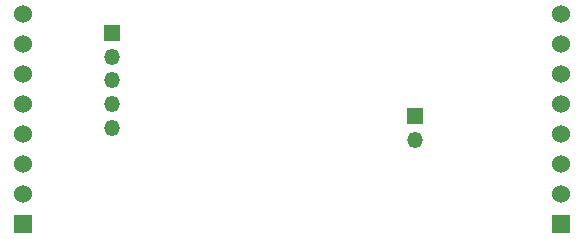
<source format=gbs>
%TF.GenerationSoftware,KiCad,Pcbnew,(5.1.10)-1*%
%TF.CreationDate,2021-11-25T10:31:52+01:00*%
%TF.ProjectId,CLIP_HOSTBOARD,434c4950-5f48-44f5-9354-424f4152442e,rev?*%
%TF.SameCoordinates,Original*%
%TF.FileFunction,Soldermask,Bot*%
%TF.FilePolarity,Negative*%
%FSLAX46Y46*%
G04 Gerber Fmt 4.6, Leading zero omitted, Abs format (unit mm)*
G04 Created by KiCad (PCBNEW (5.1.10)-1) date 2021-11-25 10:31:52*
%MOMM*%
%LPD*%
G01*
G04 APERTURE LIST*
%ADD10C,1.524000*%
%ADD11R,1.524000X1.524000*%
%ADD12R,1.350000X1.350000*%
%ADD13O,1.350000X1.350000*%
G04 APERTURE END LIST*
D10*
%TO.C,S1*%
X166426201Y-81834800D03*
X166426201Y-84374800D03*
X166426201Y-86914800D03*
X166426201Y-89454800D03*
X166426201Y-91994800D03*
X166426201Y-94534800D03*
X166426201Y-97074800D03*
D11*
X166426201Y-99614800D03*
X120866201Y-99614800D03*
D10*
X120866201Y-97074800D03*
X120866201Y-94534800D03*
X120866201Y-91994800D03*
X120866201Y-89454800D03*
X120866201Y-86914800D03*
X120866201Y-84374800D03*
X120866201Y-81834800D03*
%TD*%
D12*
%TO.C,J2*%
X154099260Y-90472260D03*
D13*
X154099260Y-92472260D03*
%TD*%
D12*
%TO.C,J3*%
X128374140Y-83423760D03*
D13*
X128374140Y-85423760D03*
X128374140Y-87423760D03*
X128374140Y-89423760D03*
X128374140Y-91423760D03*
%TD*%
M02*

</source>
